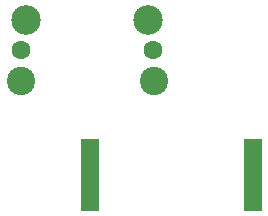
<source format=gbl>
%FSLAX25Y25*%
%MOIN*%
G70*
G01*
G75*
G04 Layer_Physical_Order=2*
G04 Layer_Color=16711680*
%ADD10R,0.01969X0.07874*%
%ADD11R,0.03143X0.10268*%
%ADD12R,0.03543X0.10268*%
%ADD13R,0.06000X0.24016*%
%ADD14C,0.01600*%
%ADD15C,0.06299*%
%ADD16C,0.09449*%
%ADD17C,0.09843*%
D13*
X232500Y312992D02*
D03*
X286728Y312992D02*
D03*
D15*
X209453Y354500D02*
D03*
X253547D02*
D03*
D16*
X253744Y344264D02*
D03*
X209256D02*
D03*
D17*
X251776Y364736D02*
D03*
X211224D02*
D03*
M02*

</source>
